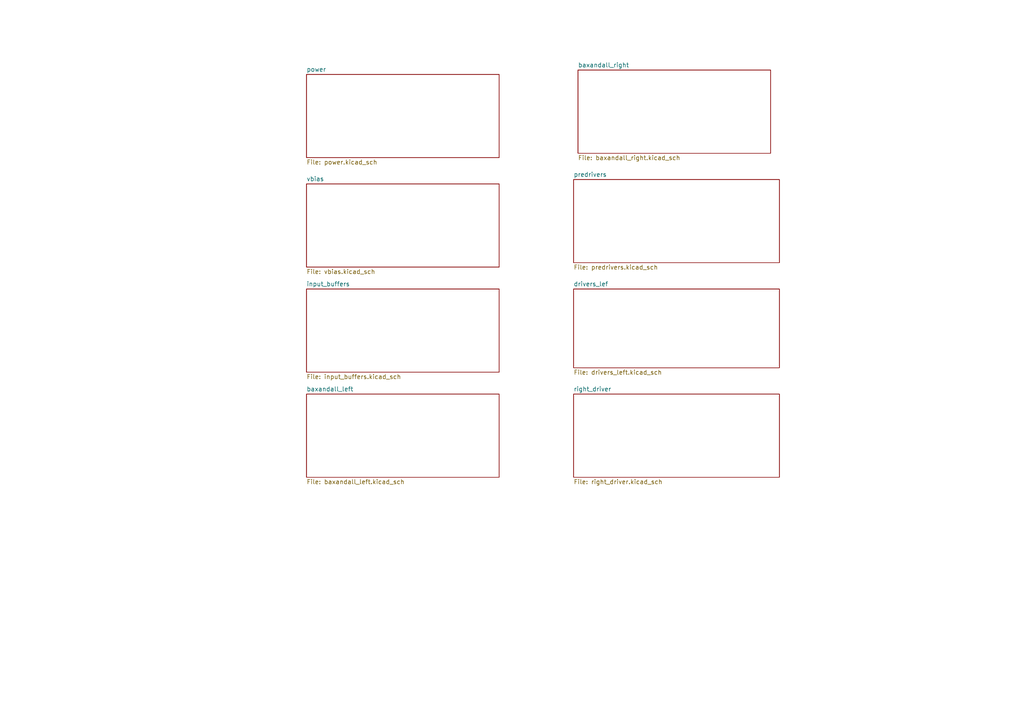
<source format=kicad_sch>
(kicad_sch
	(version 20250114)
	(generator "eeschema")
	(generator_version "9.0")
	(uuid "297b453c-a82d-4230-b3f5-79287c8214a4")
	(paper "A4")
	(title_block
		(title "Main")
		(date "2025-08-15")
		(rev "0.01")
		(company "Carclox")
	)
	(lib_symbols)
	(sheet
		(at 166.37 114.3)
		(size 59.69 24.13)
		(exclude_from_sim no)
		(in_bom yes)
		(on_board yes)
		(dnp no)
		(fields_autoplaced yes)
		(stroke
			(width 0.1524)
			(type solid)
		)
		(fill
			(color 0 0 0 0.0000)
		)
		(uuid "0aa03a78-08da-4b5e-86aa-ff151608ba54")
		(property "Sheetname" "right_driver"
			(at 166.37 113.5884 0)
			(effects
				(font
					(size 1.27 1.27)
				)
				(justify left bottom)
			)
		)
		(property "Sheetfile" "right_driver.kicad_sch"
			(at 166.37 139.0146 0)
			(effects
				(font
					(size 1.27 1.27)
				)
				(justify left top)
			)
		)
		(instances
			(project "amplifier"
				(path "/297b453c-a82d-4230-b3f5-79287c8214a4"
					(page "9")
				)
			)
		)
	)
	(sheet
		(at 167.64 20.32)
		(size 55.88 24.13)
		(exclude_from_sim no)
		(in_bom yes)
		(on_board yes)
		(dnp no)
		(fields_autoplaced yes)
		(stroke
			(width 0.1524)
			(type solid)
		)
		(fill
			(color 0 0 0 0.0000)
		)
		(uuid "25c1eef9-a256-4b16-a92c-6cab62f46aa5")
		(property "Sheetname" "baxandall_right"
			(at 167.64 19.6084 0)
			(effects
				(font
					(size 1.27 1.27)
				)
				(justify left bottom)
			)
		)
		(property "Sheetfile" "baxandall_right.kicad_sch"
			(at 167.64 45.0346 0)
			(effects
				(font
					(size 1.27 1.27)
				)
				(justify left top)
			)
		)
		(instances
			(project "amplifier"
				(path "/297b453c-a82d-4230-b3f5-79287c8214a4"
					(page "6")
				)
			)
		)
	)
	(sheet
		(at 88.9 83.82)
		(size 55.88 24.13)
		(exclude_from_sim no)
		(in_bom yes)
		(on_board yes)
		(dnp no)
		(fields_autoplaced yes)
		(stroke
			(width 0.1524)
			(type solid)
		)
		(fill
			(color 0 0 0 0.0000)
		)
		(uuid "2aaff944-d979-4dd1-b4ac-ca5ed13fd8d5")
		(property "Sheetname" "input_buffers"
			(at 88.9 83.1084 0)
			(effects
				(font
					(size 1.27 1.27)
				)
				(justify left bottom)
			)
		)
		(property "Sheetfile" "input_buffers.kicad_sch"
			(at 88.9 108.5346 0)
			(effects
				(font
					(size 1.27 1.27)
				)
				(justify left top)
			)
		)
		(instances
			(project "amplifier"
				(path "/297b453c-a82d-4230-b3f5-79287c8214a4"
					(page "4")
				)
			)
		)
	)
	(sheet
		(at 88.9 21.59)
		(size 55.88 24.13)
		(exclude_from_sim no)
		(in_bom yes)
		(on_board yes)
		(dnp no)
		(fields_autoplaced yes)
		(stroke
			(width 0.1524)
			(type solid)
		)
		(fill
			(color 0 0 0 0.0000)
		)
		(uuid "3033f974-f9cd-49cd-8223-6a1d2acd7975")
		(property "Sheetname" "power"
			(at 88.9 20.8784 0)
			(effects
				(font
					(size 1.27 1.27)
				)
				(justify left bottom)
			)
		)
		(property "Sheetfile" "power.kicad_sch"
			(at 88.9 46.3046 0)
			(effects
				(font
					(size 1.27 1.27)
				)
				(justify left top)
			)
		)
		(instances
			(project "amplifier"
				(path "/297b453c-a82d-4230-b3f5-79287c8214a4"
					(page "2")
				)
			)
		)
	)
	(sheet
		(at 88.9 114.3)
		(size 55.88 24.13)
		(exclude_from_sim no)
		(in_bom yes)
		(on_board yes)
		(dnp no)
		(fields_autoplaced yes)
		(stroke
			(width 0.1524)
			(type solid)
		)
		(fill
			(color 0 0 0 0.0000)
		)
		(uuid "357c9fc2-2e46-4a39-8321-93c359e7ed54")
		(property "Sheetname" "baxandall_left"
			(at 88.9 113.5884 0)
			(effects
				(font
					(size 1.27 1.27)
				)
				(justify left bottom)
			)
		)
		(property "Sheetfile" "baxandall_left.kicad_sch"
			(at 88.9 139.0146 0)
			(effects
				(font
					(size 1.27 1.27)
				)
				(justify left top)
			)
		)
		(instances
			(project "amplifier"
				(path "/297b453c-a82d-4230-b3f5-79287c8214a4"
					(page "5")
				)
			)
		)
	)
	(sheet
		(at 88.9 53.34)
		(size 55.88 24.13)
		(exclude_from_sim no)
		(in_bom yes)
		(on_board yes)
		(dnp no)
		(fields_autoplaced yes)
		(stroke
			(width 0.1524)
			(type solid)
		)
		(fill
			(color 0 0 0 0.0000)
		)
		(uuid "52434b74-ad38-4f39-adaa-19473a272a38")
		(property "Sheetname" "vbias"
			(at 88.9 52.6284 0)
			(effects
				(font
					(size 1.27 1.27)
				)
				(justify left bottom)
			)
		)
		(property "Sheetfile" "vbias.kicad_sch"
			(at 88.9 78.0546 0)
			(effects
				(font
					(size 1.27 1.27)
				)
				(justify left top)
			)
		)
		(instances
			(project "amplifier"
				(path "/297b453c-a82d-4230-b3f5-79287c8214a4"
					(page "3")
				)
			)
		)
	)
	(sheet
		(at 166.37 83.82)
		(size 59.69 22.86)
		(exclude_from_sim no)
		(in_bom yes)
		(on_board yes)
		(dnp no)
		(fields_autoplaced yes)
		(stroke
			(width 0.1524)
			(type solid)
		)
		(fill
			(color 0 0 0 0.0000)
		)
		(uuid "631da749-11d1-4e7e-bbb8-2502b3d186c1")
		(property "Sheetname" "drivers_lef"
			(at 166.37 83.1084 0)
			(effects
				(font
					(size 1.27 1.27)
				)
				(justify left bottom)
			)
		)
		(property "Sheetfile" "drivers_left.kicad_sch"
			(at 166.37 107.2646 0)
			(effects
				(font
					(size 1.27 1.27)
				)
				(justify left top)
			)
		)
		(instances
			(project "amplifier"
				(path "/297b453c-a82d-4230-b3f5-79287c8214a4"
					(page "8")
				)
			)
		)
	)
	(sheet
		(at 166.37 52.07)
		(size 59.69 24.13)
		(exclude_from_sim no)
		(in_bom yes)
		(on_board yes)
		(dnp no)
		(fields_autoplaced yes)
		(stroke
			(width 0.1524)
			(type solid)
		)
		(fill
			(color 0 0 0 0.0000)
		)
		(uuid "e4fe1a5a-74f0-4e5e-af6e-ac542da97cf6")
		(property "Sheetname" "predrivers"
			(at 166.37 51.3584 0)
			(effects
				(font
					(size 1.27 1.27)
				)
				(justify left bottom)
			)
		)
		(property "Sheetfile" "predrivers.kicad_sch"
			(at 166.37 76.7846 0)
			(effects
				(font
					(size 1.27 1.27)
				)
				(justify left top)
			)
		)
		(instances
			(project "amplifier"
				(path "/297b453c-a82d-4230-b3f5-79287c8214a4"
					(page "7")
				)
			)
		)
	)
	(sheet_instances
		(path "/"
			(page "1")
		)
	)
	(embedded_fonts no)
)

</source>
